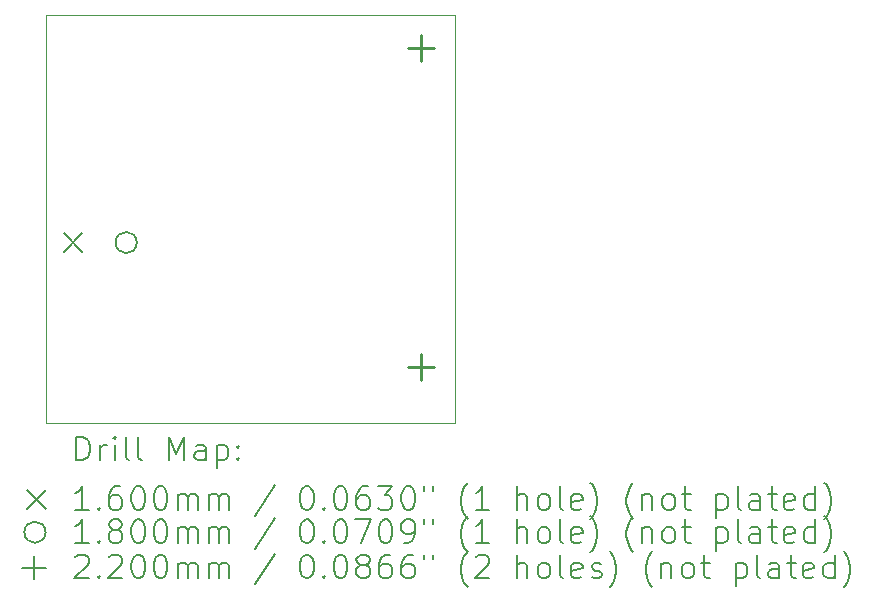
<source format=gbr>
%TF.GenerationSoftware,KiCad,Pcbnew,7.0.5*%
%TF.CreationDate,2023-10-22T13:56:58-04:00*%
%TF.ProjectId,PWR_module,5057525f-6d6f-4647-956c-652e6b696361,rev?*%
%TF.SameCoordinates,PX7270e00PY6a55ae0*%
%TF.FileFunction,Drillmap*%
%TF.FilePolarity,Positive*%
%FSLAX45Y45*%
G04 Gerber Fmt 4.5, Leading zero omitted, Abs format (unit mm)*
G04 Created by KiCad (PCBNEW 7.0.5) date 2023-10-22 13:56:58*
%MOMM*%
%LPD*%
G01*
G04 APERTURE LIST*
%ADD10C,0.050000*%
%ADD11C,0.200000*%
%ADD12C,0.160000*%
%ADD13C,0.180000*%
%ADD14C,0.220000*%
G04 APERTURE END LIST*
D10*
X20000Y3480000D02*
X3480000Y3480000D01*
X3480000Y20000D01*
X20000Y20000D01*
X20000Y3480000D01*
D11*
D12*
X170000Y1630000D02*
X330000Y1470000D01*
X330000Y1630000D02*
X170000Y1470000D01*
D13*
X790000Y1550000D02*
G75*
G03*
X790000Y1550000I-90000J0D01*
G01*
D14*
X3200000Y3310000D02*
X3200000Y3090000D01*
X3090000Y3200000D02*
X3310000Y3200000D01*
X3200000Y610000D02*
X3200000Y390000D01*
X3090000Y500000D02*
X3310000Y500000D01*
D11*
X278277Y-293984D02*
X278277Y-93984D01*
X278277Y-93984D02*
X325896Y-93984D01*
X325896Y-93984D02*
X354467Y-103508D01*
X354467Y-103508D02*
X373515Y-122555D01*
X373515Y-122555D02*
X383039Y-141603D01*
X383039Y-141603D02*
X392562Y-179698D01*
X392562Y-179698D02*
X392562Y-208269D01*
X392562Y-208269D02*
X383039Y-246365D01*
X383039Y-246365D02*
X373515Y-265412D01*
X373515Y-265412D02*
X354467Y-284460D01*
X354467Y-284460D02*
X325896Y-293984D01*
X325896Y-293984D02*
X278277Y-293984D01*
X478277Y-293984D02*
X478277Y-160650D01*
X478277Y-198746D02*
X487801Y-179698D01*
X487801Y-179698D02*
X497324Y-170174D01*
X497324Y-170174D02*
X516372Y-160650D01*
X516372Y-160650D02*
X535420Y-160650D01*
X602086Y-293984D02*
X602086Y-160650D01*
X602086Y-93984D02*
X592563Y-103508D01*
X592563Y-103508D02*
X602086Y-113031D01*
X602086Y-113031D02*
X611610Y-103508D01*
X611610Y-103508D02*
X602086Y-93984D01*
X602086Y-93984D02*
X602086Y-113031D01*
X725896Y-293984D02*
X706848Y-284460D01*
X706848Y-284460D02*
X697324Y-265412D01*
X697324Y-265412D02*
X697324Y-93984D01*
X830658Y-293984D02*
X811610Y-284460D01*
X811610Y-284460D02*
X802086Y-265412D01*
X802086Y-265412D02*
X802086Y-93984D01*
X1059229Y-293984D02*
X1059229Y-93984D01*
X1059229Y-93984D02*
X1125896Y-236841D01*
X1125896Y-236841D02*
X1192563Y-93984D01*
X1192563Y-93984D02*
X1192563Y-293984D01*
X1373515Y-293984D02*
X1373515Y-189222D01*
X1373515Y-189222D02*
X1363991Y-170174D01*
X1363991Y-170174D02*
X1344944Y-160650D01*
X1344944Y-160650D02*
X1306848Y-160650D01*
X1306848Y-160650D02*
X1287801Y-170174D01*
X1373515Y-284460D02*
X1354467Y-293984D01*
X1354467Y-293984D02*
X1306848Y-293984D01*
X1306848Y-293984D02*
X1287801Y-284460D01*
X1287801Y-284460D02*
X1278277Y-265412D01*
X1278277Y-265412D02*
X1278277Y-246365D01*
X1278277Y-246365D02*
X1287801Y-227317D01*
X1287801Y-227317D02*
X1306848Y-217793D01*
X1306848Y-217793D02*
X1354467Y-217793D01*
X1354467Y-217793D02*
X1373515Y-208269D01*
X1468753Y-160650D02*
X1468753Y-360650D01*
X1468753Y-170174D02*
X1487801Y-160650D01*
X1487801Y-160650D02*
X1525896Y-160650D01*
X1525896Y-160650D02*
X1544943Y-170174D01*
X1544943Y-170174D02*
X1554467Y-179698D01*
X1554467Y-179698D02*
X1563991Y-198746D01*
X1563991Y-198746D02*
X1563991Y-255888D01*
X1563991Y-255888D02*
X1554467Y-274936D01*
X1554467Y-274936D02*
X1544943Y-284460D01*
X1544943Y-284460D02*
X1525896Y-293984D01*
X1525896Y-293984D02*
X1487801Y-293984D01*
X1487801Y-293984D02*
X1468753Y-284460D01*
X1649705Y-274936D02*
X1659229Y-284460D01*
X1659229Y-284460D02*
X1649705Y-293984D01*
X1649705Y-293984D02*
X1640182Y-284460D01*
X1640182Y-284460D02*
X1649705Y-274936D01*
X1649705Y-274936D02*
X1649705Y-293984D01*
X1649705Y-170174D02*
X1659229Y-179698D01*
X1659229Y-179698D02*
X1649705Y-189222D01*
X1649705Y-189222D02*
X1640182Y-179698D01*
X1640182Y-179698D02*
X1649705Y-170174D01*
X1649705Y-170174D02*
X1649705Y-189222D01*
D12*
X-142500Y-542500D02*
X17500Y-702500D01*
X17500Y-542500D02*
X-142500Y-702500D01*
D11*
X383039Y-713984D02*
X268753Y-713984D01*
X325896Y-713984D02*
X325896Y-513984D01*
X325896Y-513984D02*
X306848Y-542555D01*
X306848Y-542555D02*
X287801Y-561603D01*
X287801Y-561603D02*
X268753Y-571127D01*
X468753Y-694936D02*
X478277Y-704460D01*
X478277Y-704460D02*
X468753Y-713984D01*
X468753Y-713984D02*
X459229Y-704460D01*
X459229Y-704460D02*
X468753Y-694936D01*
X468753Y-694936D02*
X468753Y-713984D01*
X649705Y-513984D02*
X611610Y-513984D01*
X611610Y-513984D02*
X592563Y-523508D01*
X592563Y-523508D02*
X583039Y-533031D01*
X583039Y-533031D02*
X563991Y-561603D01*
X563991Y-561603D02*
X554467Y-599698D01*
X554467Y-599698D02*
X554467Y-675889D01*
X554467Y-675889D02*
X563991Y-694936D01*
X563991Y-694936D02*
X573515Y-704460D01*
X573515Y-704460D02*
X592563Y-713984D01*
X592563Y-713984D02*
X630658Y-713984D01*
X630658Y-713984D02*
X649705Y-704460D01*
X649705Y-704460D02*
X659229Y-694936D01*
X659229Y-694936D02*
X668753Y-675889D01*
X668753Y-675889D02*
X668753Y-628270D01*
X668753Y-628270D02*
X659229Y-609222D01*
X659229Y-609222D02*
X649705Y-599698D01*
X649705Y-599698D02*
X630658Y-590174D01*
X630658Y-590174D02*
X592563Y-590174D01*
X592563Y-590174D02*
X573515Y-599698D01*
X573515Y-599698D02*
X563991Y-609222D01*
X563991Y-609222D02*
X554467Y-628270D01*
X792562Y-513984D02*
X811610Y-513984D01*
X811610Y-513984D02*
X830658Y-523508D01*
X830658Y-523508D02*
X840182Y-533031D01*
X840182Y-533031D02*
X849705Y-552079D01*
X849705Y-552079D02*
X859229Y-590174D01*
X859229Y-590174D02*
X859229Y-637793D01*
X859229Y-637793D02*
X849705Y-675889D01*
X849705Y-675889D02*
X840182Y-694936D01*
X840182Y-694936D02*
X830658Y-704460D01*
X830658Y-704460D02*
X811610Y-713984D01*
X811610Y-713984D02*
X792562Y-713984D01*
X792562Y-713984D02*
X773515Y-704460D01*
X773515Y-704460D02*
X763991Y-694936D01*
X763991Y-694936D02*
X754467Y-675889D01*
X754467Y-675889D02*
X744943Y-637793D01*
X744943Y-637793D02*
X744943Y-590174D01*
X744943Y-590174D02*
X754467Y-552079D01*
X754467Y-552079D02*
X763991Y-533031D01*
X763991Y-533031D02*
X773515Y-523508D01*
X773515Y-523508D02*
X792562Y-513984D01*
X983039Y-513984D02*
X1002086Y-513984D01*
X1002086Y-513984D02*
X1021134Y-523508D01*
X1021134Y-523508D02*
X1030658Y-533031D01*
X1030658Y-533031D02*
X1040182Y-552079D01*
X1040182Y-552079D02*
X1049705Y-590174D01*
X1049705Y-590174D02*
X1049705Y-637793D01*
X1049705Y-637793D02*
X1040182Y-675889D01*
X1040182Y-675889D02*
X1030658Y-694936D01*
X1030658Y-694936D02*
X1021134Y-704460D01*
X1021134Y-704460D02*
X1002086Y-713984D01*
X1002086Y-713984D02*
X983039Y-713984D01*
X983039Y-713984D02*
X963991Y-704460D01*
X963991Y-704460D02*
X954467Y-694936D01*
X954467Y-694936D02*
X944943Y-675889D01*
X944943Y-675889D02*
X935420Y-637793D01*
X935420Y-637793D02*
X935420Y-590174D01*
X935420Y-590174D02*
X944943Y-552079D01*
X944943Y-552079D02*
X954467Y-533031D01*
X954467Y-533031D02*
X963991Y-523508D01*
X963991Y-523508D02*
X983039Y-513984D01*
X1135420Y-713984D02*
X1135420Y-580650D01*
X1135420Y-599698D02*
X1144944Y-590174D01*
X1144944Y-590174D02*
X1163991Y-580650D01*
X1163991Y-580650D02*
X1192563Y-580650D01*
X1192563Y-580650D02*
X1211610Y-590174D01*
X1211610Y-590174D02*
X1221134Y-609222D01*
X1221134Y-609222D02*
X1221134Y-713984D01*
X1221134Y-609222D02*
X1230658Y-590174D01*
X1230658Y-590174D02*
X1249705Y-580650D01*
X1249705Y-580650D02*
X1278277Y-580650D01*
X1278277Y-580650D02*
X1297325Y-590174D01*
X1297325Y-590174D02*
X1306848Y-609222D01*
X1306848Y-609222D02*
X1306848Y-713984D01*
X1402086Y-713984D02*
X1402086Y-580650D01*
X1402086Y-599698D02*
X1411610Y-590174D01*
X1411610Y-590174D02*
X1430658Y-580650D01*
X1430658Y-580650D02*
X1459229Y-580650D01*
X1459229Y-580650D02*
X1478277Y-590174D01*
X1478277Y-590174D02*
X1487801Y-609222D01*
X1487801Y-609222D02*
X1487801Y-713984D01*
X1487801Y-609222D02*
X1497324Y-590174D01*
X1497324Y-590174D02*
X1516372Y-580650D01*
X1516372Y-580650D02*
X1544943Y-580650D01*
X1544943Y-580650D02*
X1563991Y-590174D01*
X1563991Y-590174D02*
X1573515Y-609222D01*
X1573515Y-609222D02*
X1573515Y-713984D01*
X1963991Y-504460D02*
X1792563Y-761603D01*
X2221134Y-513984D02*
X2240182Y-513984D01*
X2240182Y-513984D02*
X2259229Y-523508D01*
X2259229Y-523508D02*
X2268753Y-533031D01*
X2268753Y-533031D02*
X2278277Y-552079D01*
X2278277Y-552079D02*
X2287801Y-590174D01*
X2287801Y-590174D02*
X2287801Y-637793D01*
X2287801Y-637793D02*
X2278277Y-675889D01*
X2278277Y-675889D02*
X2268753Y-694936D01*
X2268753Y-694936D02*
X2259229Y-704460D01*
X2259229Y-704460D02*
X2240182Y-713984D01*
X2240182Y-713984D02*
X2221134Y-713984D01*
X2221134Y-713984D02*
X2202087Y-704460D01*
X2202087Y-704460D02*
X2192563Y-694936D01*
X2192563Y-694936D02*
X2183039Y-675889D01*
X2183039Y-675889D02*
X2173515Y-637793D01*
X2173515Y-637793D02*
X2173515Y-590174D01*
X2173515Y-590174D02*
X2183039Y-552079D01*
X2183039Y-552079D02*
X2192563Y-533031D01*
X2192563Y-533031D02*
X2202087Y-523508D01*
X2202087Y-523508D02*
X2221134Y-513984D01*
X2373515Y-694936D02*
X2383039Y-704460D01*
X2383039Y-704460D02*
X2373515Y-713984D01*
X2373515Y-713984D02*
X2363991Y-704460D01*
X2363991Y-704460D02*
X2373515Y-694936D01*
X2373515Y-694936D02*
X2373515Y-713984D01*
X2506848Y-513984D02*
X2525896Y-513984D01*
X2525896Y-513984D02*
X2544944Y-523508D01*
X2544944Y-523508D02*
X2554468Y-533031D01*
X2554468Y-533031D02*
X2563991Y-552079D01*
X2563991Y-552079D02*
X2573515Y-590174D01*
X2573515Y-590174D02*
X2573515Y-637793D01*
X2573515Y-637793D02*
X2563991Y-675889D01*
X2563991Y-675889D02*
X2554468Y-694936D01*
X2554468Y-694936D02*
X2544944Y-704460D01*
X2544944Y-704460D02*
X2525896Y-713984D01*
X2525896Y-713984D02*
X2506848Y-713984D01*
X2506848Y-713984D02*
X2487801Y-704460D01*
X2487801Y-704460D02*
X2478277Y-694936D01*
X2478277Y-694936D02*
X2468753Y-675889D01*
X2468753Y-675889D02*
X2459229Y-637793D01*
X2459229Y-637793D02*
X2459229Y-590174D01*
X2459229Y-590174D02*
X2468753Y-552079D01*
X2468753Y-552079D02*
X2478277Y-533031D01*
X2478277Y-533031D02*
X2487801Y-523508D01*
X2487801Y-523508D02*
X2506848Y-513984D01*
X2744944Y-513984D02*
X2706848Y-513984D01*
X2706848Y-513984D02*
X2687801Y-523508D01*
X2687801Y-523508D02*
X2678277Y-533031D01*
X2678277Y-533031D02*
X2659229Y-561603D01*
X2659229Y-561603D02*
X2649706Y-599698D01*
X2649706Y-599698D02*
X2649706Y-675889D01*
X2649706Y-675889D02*
X2659229Y-694936D01*
X2659229Y-694936D02*
X2668753Y-704460D01*
X2668753Y-704460D02*
X2687801Y-713984D01*
X2687801Y-713984D02*
X2725896Y-713984D01*
X2725896Y-713984D02*
X2744944Y-704460D01*
X2744944Y-704460D02*
X2754468Y-694936D01*
X2754468Y-694936D02*
X2763991Y-675889D01*
X2763991Y-675889D02*
X2763991Y-628270D01*
X2763991Y-628270D02*
X2754468Y-609222D01*
X2754468Y-609222D02*
X2744944Y-599698D01*
X2744944Y-599698D02*
X2725896Y-590174D01*
X2725896Y-590174D02*
X2687801Y-590174D01*
X2687801Y-590174D02*
X2668753Y-599698D01*
X2668753Y-599698D02*
X2659229Y-609222D01*
X2659229Y-609222D02*
X2649706Y-628270D01*
X2830658Y-513984D02*
X2954467Y-513984D01*
X2954467Y-513984D02*
X2887801Y-590174D01*
X2887801Y-590174D02*
X2916372Y-590174D01*
X2916372Y-590174D02*
X2935420Y-599698D01*
X2935420Y-599698D02*
X2944944Y-609222D01*
X2944944Y-609222D02*
X2954467Y-628270D01*
X2954467Y-628270D02*
X2954467Y-675889D01*
X2954467Y-675889D02*
X2944944Y-694936D01*
X2944944Y-694936D02*
X2935420Y-704460D01*
X2935420Y-704460D02*
X2916372Y-713984D01*
X2916372Y-713984D02*
X2859229Y-713984D01*
X2859229Y-713984D02*
X2840182Y-704460D01*
X2840182Y-704460D02*
X2830658Y-694936D01*
X3078277Y-513984D02*
X3097325Y-513984D01*
X3097325Y-513984D02*
X3116372Y-523508D01*
X3116372Y-523508D02*
X3125896Y-533031D01*
X3125896Y-533031D02*
X3135420Y-552079D01*
X3135420Y-552079D02*
X3144944Y-590174D01*
X3144944Y-590174D02*
X3144944Y-637793D01*
X3144944Y-637793D02*
X3135420Y-675889D01*
X3135420Y-675889D02*
X3125896Y-694936D01*
X3125896Y-694936D02*
X3116372Y-704460D01*
X3116372Y-704460D02*
X3097325Y-713984D01*
X3097325Y-713984D02*
X3078277Y-713984D01*
X3078277Y-713984D02*
X3059229Y-704460D01*
X3059229Y-704460D02*
X3049706Y-694936D01*
X3049706Y-694936D02*
X3040182Y-675889D01*
X3040182Y-675889D02*
X3030658Y-637793D01*
X3030658Y-637793D02*
X3030658Y-590174D01*
X3030658Y-590174D02*
X3040182Y-552079D01*
X3040182Y-552079D02*
X3049706Y-533031D01*
X3049706Y-533031D02*
X3059229Y-523508D01*
X3059229Y-523508D02*
X3078277Y-513984D01*
X3221134Y-513984D02*
X3221134Y-552079D01*
X3297325Y-513984D02*
X3297325Y-552079D01*
X3592563Y-790174D02*
X3583039Y-780650D01*
X3583039Y-780650D02*
X3563991Y-752079D01*
X3563991Y-752079D02*
X3554468Y-733031D01*
X3554468Y-733031D02*
X3544944Y-704460D01*
X3544944Y-704460D02*
X3535420Y-656841D01*
X3535420Y-656841D02*
X3535420Y-618746D01*
X3535420Y-618746D02*
X3544944Y-571127D01*
X3544944Y-571127D02*
X3554468Y-542555D01*
X3554468Y-542555D02*
X3563991Y-523508D01*
X3563991Y-523508D02*
X3583039Y-494936D01*
X3583039Y-494936D02*
X3592563Y-485412D01*
X3773515Y-713984D02*
X3659229Y-713984D01*
X3716372Y-713984D02*
X3716372Y-513984D01*
X3716372Y-513984D02*
X3697325Y-542555D01*
X3697325Y-542555D02*
X3678277Y-561603D01*
X3678277Y-561603D02*
X3659229Y-571127D01*
X4011610Y-713984D02*
X4011610Y-513984D01*
X4097325Y-713984D02*
X4097325Y-609222D01*
X4097325Y-609222D02*
X4087801Y-590174D01*
X4087801Y-590174D02*
X4068753Y-580650D01*
X4068753Y-580650D02*
X4040182Y-580650D01*
X4040182Y-580650D02*
X4021134Y-590174D01*
X4021134Y-590174D02*
X4011610Y-599698D01*
X4221134Y-713984D02*
X4202087Y-704460D01*
X4202087Y-704460D02*
X4192563Y-694936D01*
X4192563Y-694936D02*
X4183039Y-675889D01*
X4183039Y-675889D02*
X4183039Y-618746D01*
X4183039Y-618746D02*
X4192563Y-599698D01*
X4192563Y-599698D02*
X4202087Y-590174D01*
X4202087Y-590174D02*
X4221134Y-580650D01*
X4221134Y-580650D02*
X4249706Y-580650D01*
X4249706Y-580650D02*
X4268753Y-590174D01*
X4268753Y-590174D02*
X4278277Y-599698D01*
X4278277Y-599698D02*
X4287801Y-618746D01*
X4287801Y-618746D02*
X4287801Y-675889D01*
X4287801Y-675889D02*
X4278277Y-694936D01*
X4278277Y-694936D02*
X4268753Y-704460D01*
X4268753Y-704460D02*
X4249706Y-713984D01*
X4249706Y-713984D02*
X4221134Y-713984D01*
X4402087Y-713984D02*
X4383039Y-704460D01*
X4383039Y-704460D02*
X4373515Y-685412D01*
X4373515Y-685412D02*
X4373515Y-513984D01*
X4554468Y-704460D02*
X4535420Y-713984D01*
X4535420Y-713984D02*
X4497325Y-713984D01*
X4497325Y-713984D02*
X4478277Y-704460D01*
X4478277Y-704460D02*
X4468753Y-685412D01*
X4468753Y-685412D02*
X4468753Y-609222D01*
X4468753Y-609222D02*
X4478277Y-590174D01*
X4478277Y-590174D02*
X4497325Y-580650D01*
X4497325Y-580650D02*
X4535420Y-580650D01*
X4535420Y-580650D02*
X4554468Y-590174D01*
X4554468Y-590174D02*
X4563992Y-609222D01*
X4563992Y-609222D02*
X4563992Y-628270D01*
X4563992Y-628270D02*
X4468753Y-647317D01*
X4630658Y-790174D02*
X4640182Y-780650D01*
X4640182Y-780650D02*
X4659230Y-752079D01*
X4659230Y-752079D02*
X4668753Y-733031D01*
X4668753Y-733031D02*
X4678277Y-704460D01*
X4678277Y-704460D02*
X4687801Y-656841D01*
X4687801Y-656841D02*
X4687801Y-618746D01*
X4687801Y-618746D02*
X4678277Y-571127D01*
X4678277Y-571127D02*
X4668753Y-542555D01*
X4668753Y-542555D02*
X4659230Y-523508D01*
X4659230Y-523508D02*
X4640182Y-494936D01*
X4640182Y-494936D02*
X4630658Y-485412D01*
X4992563Y-790174D02*
X4983039Y-780650D01*
X4983039Y-780650D02*
X4963992Y-752079D01*
X4963992Y-752079D02*
X4954468Y-733031D01*
X4954468Y-733031D02*
X4944944Y-704460D01*
X4944944Y-704460D02*
X4935420Y-656841D01*
X4935420Y-656841D02*
X4935420Y-618746D01*
X4935420Y-618746D02*
X4944944Y-571127D01*
X4944944Y-571127D02*
X4954468Y-542555D01*
X4954468Y-542555D02*
X4963992Y-523508D01*
X4963992Y-523508D02*
X4983039Y-494936D01*
X4983039Y-494936D02*
X4992563Y-485412D01*
X5068753Y-580650D02*
X5068753Y-713984D01*
X5068753Y-599698D02*
X5078277Y-590174D01*
X5078277Y-590174D02*
X5097325Y-580650D01*
X5097325Y-580650D02*
X5125896Y-580650D01*
X5125896Y-580650D02*
X5144944Y-590174D01*
X5144944Y-590174D02*
X5154468Y-609222D01*
X5154468Y-609222D02*
X5154468Y-713984D01*
X5278277Y-713984D02*
X5259230Y-704460D01*
X5259230Y-704460D02*
X5249706Y-694936D01*
X5249706Y-694936D02*
X5240182Y-675889D01*
X5240182Y-675889D02*
X5240182Y-618746D01*
X5240182Y-618746D02*
X5249706Y-599698D01*
X5249706Y-599698D02*
X5259230Y-590174D01*
X5259230Y-590174D02*
X5278277Y-580650D01*
X5278277Y-580650D02*
X5306849Y-580650D01*
X5306849Y-580650D02*
X5325896Y-590174D01*
X5325896Y-590174D02*
X5335420Y-599698D01*
X5335420Y-599698D02*
X5344944Y-618746D01*
X5344944Y-618746D02*
X5344944Y-675889D01*
X5344944Y-675889D02*
X5335420Y-694936D01*
X5335420Y-694936D02*
X5325896Y-704460D01*
X5325896Y-704460D02*
X5306849Y-713984D01*
X5306849Y-713984D02*
X5278277Y-713984D01*
X5402087Y-580650D02*
X5478277Y-580650D01*
X5430658Y-513984D02*
X5430658Y-685412D01*
X5430658Y-685412D02*
X5440182Y-704460D01*
X5440182Y-704460D02*
X5459230Y-713984D01*
X5459230Y-713984D02*
X5478277Y-713984D01*
X5697325Y-580650D02*
X5697325Y-780650D01*
X5697325Y-590174D02*
X5716372Y-580650D01*
X5716372Y-580650D02*
X5754468Y-580650D01*
X5754468Y-580650D02*
X5773515Y-590174D01*
X5773515Y-590174D02*
X5783039Y-599698D01*
X5783039Y-599698D02*
X5792563Y-618746D01*
X5792563Y-618746D02*
X5792563Y-675889D01*
X5792563Y-675889D02*
X5783039Y-694936D01*
X5783039Y-694936D02*
X5773515Y-704460D01*
X5773515Y-704460D02*
X5754468Y-713984D01*
X5754468Y-713984D02*
X5716372Y-713984D01*
X5716372Y-713984D02*
X5697325Y-704460D01*
X5906849Y-713984D02*
X5887801Y-704460D01*
X5887801Y-704460D02*
X5878277Y-685412D01*
X5878277Y-685412D02*
X5878277Y-513984D01*
X6068753Y-713984D02*
X6068753Y-609222D01*
X6068753Y-609222D02*
X6059230Y-590174D01*
X6059230Y-590174D02*
X6040182Y-580650D01*
X6040182Y-580650D02*
X6002087Y-580650D01*
X6002087Y-580650D02*
X5983039Y-590174D01*
X6068753Y-704460D02*
X6049706Y-713984D01*
X6049706Y-713984D02*
X6002087Y-713984D01*
X6002087Y-713984D02*
X5983039Y-704460D01*
X5983039Y-704460D02*
X5973515Y-685412D01*
X5973515Y-685412D02*
X5973515Y-666365D01*
X5973515Y-666365D02*
X5983039Y-647317D01*
X5983039Y-647317D02*
X6002087Y-637793D01*
X6002087Y-637793D02*
X6049706Y-637793D01*
X6049706Y-637793D02*
X6068753Y-628270D01*
X6135420Y-580650D02*
X6211611Y-580650D01*
X6163992Y-513984D02*
X6163992Y-685412D01*
X6163992Y-685412D02*
X6173515Y-704460D01*
X6173515Y-704460D02*
X6192563Y-713984D01*
X6192563Y-713984D02*
X6211611Y-713984D01*
X6354468Y-704460D02*
X6335420Y-713984D01*
X6335420Y-713984D02*
X6297325Y-713984D01*
X6297325Y-713984D02*
X6278277Y-704460D01*
X6278277Y-704460D02*
X6268753Y-685412D01*
X6268753Y-685412D02*
X6268753Y-609222D01*
X6268753Y-609222D02*
X6278277Y-590174D01*
X6278277Y-590174D02*
X6297325Y-580650D01*
X6297325Y-580650D02*
X6335420Y-580650D01*
X6335420Y-580650D02*
X6354468Y-590174D01*
X6354468Y-590174D02*
X6363992Y-609222D01*
X6363992Y-609222D02*
X6363992Y-628270D01*
X6363992Y-628270D02*
X6268753Y-647317D01*
X6535420Y-713984D02*
X6535420Y-513984D01*
X6535420Y-704460D02*
X6516373Y-713984D01*
X6516373Y-713984D02*
X6478277Y-713984D01*
X6478277Y-713984D02*
X6459230Y-704460D01*
X6459230Y-704460D02*
X6449706Y-694936D01*
X6449706Y-694936D02*
X6440182Y-675889D01*
X6440182Y-675889D02*
X6440182Y-618746D01*
X6440182Y-618746D02*
X6449706Y-599698D01*
X6449706Y-599698D02*
X6459230Y-590174D01*
X6459230Y-590174D02*
X6478277Y-580650D01*
X6478277Y-580650D02*
X6516373Y-580650D01*
X6516373Y-580650D02*
X6535420Y-590174D01*
X6611611Y-790174D02*
X6621134Y-780650D01*
X6621134Y-780650D02*
X6640182Y-752079D01*
X6640182Y-752079D02*
X6649706Y-733031D01*
X6649706Y-733031D02*
X6659230Y-704460D01*
X6659230Y-704460D02*
X6668753Y-656841D01*
X6668753Y-656841D02*
X6668753Y-618746D01*
X6668753Y-618746D02*
X6659230Y-571127D01*
X6659230Y-571127D02*
X6649706Y-542555D01*
X6649706Y-542555D02*
X6640182Y-523508D01*
X6640182Y-523508D02*
X6621134Y-494936D01*
X6621134Y-494936D02*
X6611611Y-485412D01*
D13*
X17500Y-902500D02*
G75*
G03*
X17500Y-902500I-90000J0D01*
G01*
D11*
X383039Y-993984D02*
X268753Y-993984D01*
X325896Y-993984D02*
X325896Y-793984D01*
X325896Y-793984D02*
X306848Y-822555D01*
X306848Y-822555D02*
X287801Y-841603D01*
X287801Y-841603D02*
X268753Y-851127D01*
X468753Y-974936D02*
X478277Y-984460D01*
X478277Y-984460D02*
X468753Y-993984D01*
X468753Y-993984D02*
X459229Y-984460D01*
X459229Y-984460D02*
X468753Y-974936D01*
X468753Y-974936D02*
X468753Y-993984D01*
X592563Y-879698D02*
X573515Y-870174D01*
X573515Y-870174D02*
X563991Y-860650D01*
X563991Y-860650D02*
X554467Y-841603D01*
X554467Y-841603D02*
X554467Y-832079D01*
X554467Y-832079D02*
X563991Y-813031D01*
X563991Y-813031D02*
X573515Y-803508D01*
X573515Y-803508D02*
X592563Y-793984D01*
X592563Y-793984D02*
X630658Y-793984D01*
X630658Y-793984D02*
X649705Y-803508D01*
X649705Y-803508D02*
X659229Y-813031D01*
X659229Y-813031D02*
X668753Y-832079D01*
X668753Y-832079D02*
X668753Y-841603D01*
X668753Y-841603D02*
X659229Y-860650D01*
X659229Y-860650D02*
X649705Y-870174D01*
X649705Y-870174D02*
X630658Y-879698D01*
X630658Y-879698D02*
X592563Y-879698D01*
X592563Y-879698D02*
X573515Y-889222D01*
X573515Y-889222D02*
X563991Y-898746D01*
X563991Y-898746D02*
X554467Y-917793D01*
X554467Y-917793D02*
X554467Y-955888D01*
X554467Y-955888D02*
X563991Y-974936D01*
X563991Y-974936D02*
X573515Y-984460D01*
X573515Y-984460D02*
X592563Y-993984D01*
X592563Y-993984D02*
X630658Y-993984D01*
X630658Y-993984D02*
X649705Y-984460D01*
X649705Y-984460D02*
X659229Y-974936D01*
X659229Y-974936D02*
X668753Y-955888D01*
X668753Y-955888D02*
X668753Y-917793D01*
X668753Y-917793D02*
X659229Y-898746D01*
X659229Y-898746D02*
X649705Y-889222D01*
X649705Y-889222D02*
X630658Y-879698D01*
X792562Y-793984D02*
X811610Y-793984D01*
X811610Y-793984D02*
X830658Y-803508D01*
X830658Y-803508D02*
X840182Y-813031D01*
X840182Y-813031D02*
X849705Y-832079D01*
X849705Y-832079D02*
X859229Y-870174D01*
X859229Y-870174D02*
X859229Y-917793D01*
X859229Y-917793D02*
X849705Y-955888D01*
X849705Y-955888D02*
X840182Y-974936D01*
X840182Y-974936D02*
X830658Y-984460D01*
X830658Y-984460D02*
X811610Y-993984D01*
X811610Y-993984D02*
X792562Y-993984D01*
X792562Y-993984D02*
X773515Y-984460D01*
X773515Y-984460D02*
X763991Y-974936D01*
X763991Y-974936D02*
X754467Y-955888D01*
X754467Y-955888D02*
X744943Y-917793D01*
X744943Y-917793D02*
X744943Y-870174D01*
X744943Y-870174D02*
X754467Y-832079D01*
X754467Y-832079D02*
X763991Y-813031D01*
X763991Y-813031D02*
X773515Y-803508D01*
X773515Y-803508D02*
X792562Y-793984D01*
X983039Y-793984D02*
X1002086Y-793984D01*
X1002086Y-793984D02*
X1021134Y-803508D01*
X1021134Y-803508D02*
X1030658Y-813031D01*
X1030658Y-813031D02*
X1040182Y-832079D01*
X1040182Y-832079D02*
X1049705Y-870174D01*
X1049705Y-870174D02*
X1049705Y-917793D01*
X1049705Y-917793D02*
X1040182Y-955888D01*
X1040182Y-955888D02*
X1030658Y-974936D01*
X1030658Y-974936D02*
X1021134Y-984460D01*
X1021134Y-984460D02*
X1002086Y-993984D01*
X1002086Y-993984D02*
X983039Y-993984D01*
X983039Y-993984D02*
X963991Y-984460D01*
X963991Y-984460D02*
X954467Y-974936D01*
X954467Y-974936D02*
X944943Y-955888D01*
X944943Y-955888D02*
X935420Y-917793D01*
X935420Y-917793D02*
X935420Y-870174D01*
X935420Y-870174D02*
X944943Y-832079D01*
X944943Y-832079D02*
X954467Y-813031D01*
X954467Y-813031D02*
X963991Y-803508D01*
X963991Y-803508D02*
X983039Y-793984D01*
X1135420Y-993984D02*
X1135420Y-860650D01*
X1135420Y-879698D02*
X1144944Y-870174D01*
X1144944Y-870174D02*
X1163991Y-860650D01*
X1163991Y-860650D02*
X1192563Y-860650D01*
X1192563Y-860650D02*
X1211610Y-870174D01*
X1211610Y-870174D02*
X1221134Y-889222D01*
X1221134Y-889222D02*
X1221134Y-993984D01*
X1221134Y-889222D02*
X1230658Y-870174D01*
X1230658Y-870174D02*
X1249705Y-860650D01*
X1249705Y-860650D02*
X1278277Y-860650D01*
X1278277Y-860650D02*
X1297325Y-870174D01*
X1297325Y-870174D02*
X1306848Y-889222D01*
X1306848Y-889222D02*
X1306848Y-993984D01*
X1402086Y-993984D02*
X1402086Y-860650D01*
X1402086Y-879698D02*
X1411610Y-870174D01*
X1411610Y-870174D02*
X1430658Y-860650D01*
X1430658Y-860650D02*
X1459229Y-860650D01*
X1459229Y-860650D02*
X1478277Y-870174D01*
X1478277Y-870174D02*
X1487801Y-889222D01*
X1487801Y-889222D02*
X1487801Y-993984D01*
X1487801Y-889222D02*
X1497324Y-870174D01*
X1497324Y-870174D02*
X1516372Y-860650D01*
X1516372Y-860650D02*
X1544943Y-860650D01*
X1544943Y-860650D02*
X1563991Y-870174D01*
X1563991Y-870174D02*
X1573515Y-889222D01*
X1573515Y-889222D02*
X1573515Y-993984D01*
X1963991Y-784460D02*
X1792563Y-1041603D01*
X2221134Y-793984D02*
X2240182Y-793984D01*
X2240182Y-793984D02*
X2259229Y-803508D01*
X2259229Y-803508D02*
X2268753Y-813031D01*
X2268753Y-813031D02*
X2278277Y-832079D01*
X2278277Y-832079D02*
X2287801Y-870174D01*
X2287801Y-870174D02*
X2287801Y-917793D01*
X2287801Y-917793D02*
X2278277Y-955888D01*
X2278277Y-955888D02*
X2268753Y-974936D01*
X2268753Y-974936D02*
X2259229Y-984460D01*
X2259229Y-984460D02*
X2240182Y-993984D01*
X2240182Y-993984D02*
X2221134Y-993984D01*
X2221134Y-993984D02*
X2202087Y-984460D01*
X2202087Y-984460D02*
X2192563Y-974936D01*
X2192563Y-974936D02*
X2183039Y-955888D01*
X2183039Y-955888D02*
X2173515Y-917793D01*
X2173515Y-917793D02*
X2173515Y-870174D01*
X2173515Y-870174D02*
X2183039Y-832079D01*
X2183039Y-832079D02*
X2192563Y-813031D01*
X2192563Y-813031D02*
X2202087Y-803508D01*
X2202087Y-803508D02*
X2221134Y-793984D01*
X2373515Y-974936D02*
X2383039Y-984460D01*
X2383039Y-984460D02*
X2373515Y-993984D01*
X2373515Y-993984D02*
X2363991Y-984460D01*
X2363991Y-984460D02*
X2373515Y-974936D01*
X2373515Y-974936D02*
X2373515Y-993984D01*
X2506848Y-793984D02*
X2525896Y-793984D01*
X2525896Y-793984D02*
X2544944Y-803508D01*
X2544944Y-803508D02*
X2554468Y-813031D01*
X2554468Y-813031D02*
X2563991Y-832079D01*
X2563991Y-832079D02*
X2573515Y-870174D01*
X2573515Y-870174D02*
X2573515Y-917793D01*
X2573515Y-917793D02*
X2563991Y-955888D01*
X2563991Y-955888D02*
X2554468Y-974936D01*
X2554468Y-974936D02*
X2544944Y-984460D01*
X2544944Y-984460D02*
X2525896Y-993984D01*
X2525896Y-993984D02*
X2506848Y-993984D01*
X2506848Y-993984D02*
X2487801Y-984460D01*
X2487801Y-984460D02*
X2478277Y-974936D01*
X2478277Y-974936D02*
X2468753Y-955888D01*
X2468753Y-955888D02*
X2459229Y-917793D01*
X2459229Y-917793D02*
X2459229Y-870174D01*
X2459229Y-870174D02*
X2468753Y-832079D01*
X2468753Y-832079D02*
X2478277Y-813031D01*
X2478277Y-813031D02*
X2487801Y-803508D01*
X2487801Y-803508D02*
X2506848Y-793984D01*
X2640182Y-793984D02*
X2773515Y-793984D01*
X2773515Y-793984D02*
X2687801Y-993984D01*
X2887801Y-793984D02*
X2906848Y-793984D01*
X2906848Y-793984D02*
X2925896Y-803508D01*
X2925896Y-803508D02*
X2935420Y-813031D01*
X2935420Y-813031D02*
X2944944Y-832079D01*
X2944944Y-832079D02*
X2954467Y-870174D01*
X2954467Y-870174D02*
X2954467Y-917793D01*
X2954467Y-917793D02*
X2944944Y-955888D01*
X2944944Y-955888D02*
X2935420Y-974936D01*
X2935420Y-974936D02*
X2925896Y-984460D01*
X2925896Y-984460D02*
X2906848Y-993984D01*
X2906848Y-993984D02*
X2887801Y-993984D01*
X2887801Y-993984D02*
X2868753Y-984460D01*
X2868753Y-984460D02*
X2859229Y-974936D01*
X2859229Y-974936D02*
X2849706Y-955888D01*
X2849706Y-955888D02*
X2840182Y-917793D01*
X2840182Y-917793D02*
X2840182Y-870174D01*
X2840182Y-870174D02*
X2849706Y-832079D01*
X2849706Y-832079D02*
X2859229Y-813031D01*
X2859229Y-813031D02*
X2868753Y-803508D01*
X2868753Y-803508D02*
X2887801Y-793984D01*
X3049706Y-993984D02*
X3087801Y-993984D01*
X3087801Y-993984D02*
X3106848Y-984460D01*
X3106848Y-984460D02*
X3116372Y-974936D01*
X3116372Y-974936D02*
X3135420Y-946365D01*
X3135420Y-946365D02*
X3144944Y-908269D01*
X3144944Y-908269D02*
X3144944Y-832079D01*
X3144944Y-832079D02*
X3135420Y-813031D01*
X3135420Y-813031D02*
X3125896Y-803508D01*
X3125896Y-803508D02*
X3106848Y-793984D01*
X3106848Y-793984D02*
X3068753Y-793984D01*
X3068753Y-793984D02*
X3049706Y-803508D01*
X3049706Y-803508D02*
X3040182Y-813031D01*
X3040182Y-813031D02*
X3030658Y-832079D01*
X3030658Y-832079D02*
X3030658Y-879698D01*
X3030658Y-879698D02*
X3040182Y-898746D01*
X3040182Y-898746D02*
X3049706Y-908269D01*
X3049706Y-908269D02*
X3068753Y-917793D01*
X3068753Y-917793D02*
X3106848Y-917793D01*
X3106848Y-917793D02*
X3125896Y-908269D01*
X3125896Y-908269D02*
X3135420Y-898746D01*
X3135420Y-898746D02*
X3144944Y-879698D01*
X3221134Y-793984D02*
X3221134Y-832079D01*
X3297325Y-793984D02*
X3297325Y-832079D01*
X3592563Y-1070174D02*
X3583039Y-1060650D01*
X3583039Y-1060650D02*
X3563991Y-1032079D01*
X3563991Y-1032079D02*
X3554468Y-1013031D01*
X3554468Y-1013031D02*
X3544944Y-984460D01*
X3544944Y-984460D02*
X3535420Y-936841D01*
X3535420Y-936841D02*
X3535420Y-898746D01*
X3535420Y-898746D02*
X3544944Y-851127D01*
X3544944Y-851127D02*
X3554468Y-822555D01*
X3554468Y-822555D02*
X3563991Y-803508D01*
X3563991Y-803508D02*
X3583039Y-774936D01*
X3583039Y-774936D02*
X3592563Y-765412D01*
X3773515Y-993984D02*
X3659229Y-993984D01*
X3716372Y-993984D02*
X3716372Y-793984D01*
X3716372Y-793984D02*
X3697325Y-822555D01*
X3697325Y-822555D02*
X3678277Y-841603D01*
X3678277Y-841603D02*
X3659229Y-851127D01*
X4011610Y-993984D02*
X4011610Y-793984D01*
X4097325Y-993984D02*
X4097325Y-889222D01*
X4097325Y-889222D02*
X4087801Y-870174D01*
X4087801Y-870174D02*
X4068753Y-860650D01*
X4068753Y-860650D02*
X4040182Y-860650D01*
X4040182Y-860650D02*
X4021134Y-870174D01*
X4021134Y-870174D02*
X4011610Y-879698D01*
X4221134Y-993984D02*
X4202087Y-984460D01*
X4202087Y-984460D02*
X4192563Y-974936D01*
X4192563Y-974936D02*
X4183039Y-955888D01*
X4183039Y-955888D02*
X4183039Y-898746D01*
X4183039Y-898746D02*
X4192563Y-879698D01*
X4192563Y-879698D02*
X4202087Y-870174D01*
X4202087Y-870174D02*
X4221134Y-860650D01*
X4221134Y-860650D02*
X4249706Y-860650D01*
X4249706Y-860650D02*
X4268753Y-870174D01*
X4268753Y-870174D02*
X4278277Y-879698D01*
X4278277Y-879698D02*
X4287801Y-898746D01*
X4287801Y-898746D02*
X4287801Y-955888D01*
X4287801Y-955888D02*
X4278277Y-974936D01*
X4278277Y-974936D02*
X4268753Y-984460D01*
X4268753Y-984460D02*
X4249706Y-993984D01*
X4249706Y-993984D02*
X4221134Y-993984D01*
X4402087Y-993984D02*
X4383039Y-984460D01*
X4383039Y-984460D02*
X4373515Y-965412D01*
X4373515Y-965412D02*
X4373515Y-793984D01*
X4554468Y-984460D02*
X4535420Y-993984D01*
X4535420Y-993984D02*
X4497325Y-993984D01*
X4497325Y-993984D02*
X4478277Y-984460D01*
X4478277Y-984460D02*
X4468753Y-965412D01*
X4468753Y-965412D02*
X4468753Y-889222D01*
X4468753Y-889222D02*
X4478277Y-870174D01*
X4478277Y-870174D02*
X4497325Y-860650D01*
X4497325Y-860650D02*
X4535420Y-860650D01*
X4535420Y-860650D02*
X4554468Y-870174D01*
X4554468Y-870174D02*
X4563992Y-889222D01*
X4563992Y-889222D02*
X4563992Y-908269D01*
X4563992Y-908269D02*
X4468753Y-927317D01*
X4630658Y-1070174D02*
X4640182Y-1060650D01*
X4640182Y-1060650D02*
X4659230Y-1032079D01*
X4659230Y-1032079D02*
X4668753Y-1013031D01*
X4668753Y-1013031D02*
X4678277Y-984460D01*
X4678277Y-984460D02*
X4687801Y-936841D01*
X4687801Y-936841D02*
X4687801Y-898746D01*
X4687801Y-898746D02*
X4678277Y-851127D01*
X4678277Y-851127D02*
X4668753Y-822555D01*
X4668753Y-822555D02*
X4659230Y-803508D01*
X4659230Y-803508D02*
X4640182Y-774936D01*
X4640182Y-774936D02*
X4630658Y-765412D01*
X4992563Y-1070174D02*
X4983039Y-1060650D01*
X4983039Y-1060650D02*
X4963992Y-1032079D01*
X4963992Y-1032079D02*
X4954468Y-1013031D01*
X4954468Y-1013031D02*
X4944944Y-984460D01*
X4944944Y-984460D02*
X4935420Y-936841D01*
X4935420Y-936841D02*
X4935420Y-898746D01*
X4935420Y-898746D02*
X4944944Y-851127D01*
X4944944Y-851127D02*
X4954468Y-822555D01*
X4954468Y-822555D02*
X4963992Y-803508D01*
X4963992Y-803508D02*
X4983039Y-774936D01*
X4983039Y-774936D02*
X4992563Y-765412D01*
X5068753Y-860650D02*
X5068753Y-993984D01*
X5068753Y-879698D02*
X5078277Y-870174D01*
X5078277Y-870174D02*
X5097325Y-860650D01*
X5097325Y-860650D02*
X5125896Y-860650D01*
X5125896Y-860650D02*
X5144944Y-870174D01*
X5144944Y-870174D02*
X5154468Y-889222D01*
X5154468Y-889222D02*
X5154468Y-993984D01*
X5278277Y-993984D02*
X5259230Y-984460D01*
X5259230Y-984460D02*
X5249706Y-974936D01*
X5249706Y-974936D02*
X5240182Y-955888D01*
X5240182Y-955888D02*
X5240182Y-898746D01*
X5240182Y-898746D02*
X5249706Y-879698D01*
X5249706Y-879698D02*
X5259230Y-870174D01*
X5259230Y-870174D02*
X5278277Y-860650D01*
X5278277Y-860650D02*
X5306849Y-860650D01*
X5306849Y-860650D02*
X5325896Y-870174D01*
X5325896Y-870174D02*
X5335420Y-879698D01*
X5335420Y-879698D02*
X5344944Y-898746D01*
X5344944Y-898746D02*
X5344944Y-955888D01*
X5344944Y-955888D02*
X5335420Y-974936D01*
X5335420Y-974936D02*
X5325896Y-984460D01*
X5325896Y-984460D02*
X5306849Y-993984D01*
X5306849Y-993984D02*
X5278277Y-993984D01*
X5402087Y-860650D02*
X5478277Y-860650D01*
X5430658Y-793984D02*
X5430658Y-965412D01*
X5430658Y-965412D02*
X5440182Y-984460D01*
X5440182Y-984460D02*
X5459230Y-993984D01*
X5459230Y-993984D02*
X5478277Y-993984D01*
X5697325Y-860650D02*
X5697325Y-1060650D01*
X5697325Y-870174D02*
X5716372Y-860650D01*
X5716372Y-860650D02*
X5754468Y-860650D01*
X5754468Y-860650D02*
X5773515Y-870174D01*
X5773515Y-870174D02*
X5783039Y-879698D01*
X5783039Y-879698D02*
X5792563Y-898746D01*
X5792563Y-898746D02*
X5792563Y-955888D01*
X5792563Y-955888D02*
X5783039Y-974936D01*
X5783039Y-974936D02*
X5773515Y-984460D01*
X5773515Y-984460D02*
X5754468Y-993984D01*
X5754468Y-993984D02*
X5716372Y-993984D01*
X5716372Y-993984D02*
X5697325Y-984460D01*
X5906849Y-993984D02*
X5887801Y-984460D01*
X5887801Y-984460D02*
X5878277Y-965412D01*
X5878277Y-965412D02*
X5878277Y-793984D01*
X6068753Y-993984D02*
X6068753Y-889222D01*
X6068753Y-889222D02*
X6059230Y-870174D01*
X6059230Y-870174D02*
X6040182Y-860650D01*
X6040182Y-860650D02*
X6002087Y-860650D01*
X6002087Y-860650D02*
X5983039Y-870174D01*
X6068753Y-984460D02*
X6049706Y-993984D01*
X6049706Y-993984D02*
X6002087Y-993984D01*
X6002087Y-993984D02*
X5983039Y-984460D01*
X5983039Y-984460D02*
X5973515Y-965412D01*
X5973515Y-965412D02*
X5973515Y-946365D01*
X5973515Y-946365D02*
X5983039Y-927317D01*
X5983039Y-927317D02*
X6002087Y-917793D01*
X6002087Y-917793D02*
X6049706Y-917793D01*
X6049706Y-917793D02*
X6068753Y-908269D01*
X6135420Y-860650D02*
X6211611Y-860650D01*
X6163992Y-793984D02*
X6163992Y-965412D01*
X6163992Y-965412D02*
X6173515Y-984460D01*
X6173515Y-984460D02*
X6192563Y-993984D01*
X6192563Y-993984D02*
X6211611Y-993984D01*
X6354468Y-984460D02*
X6335420Y-993984D01*
X6335420Y-993984D02*
X6297325Y-993984D01*
X6297325Y-993984D02*
X6278277Y-984460D01*
X6278277Y-984460D02*
X6268753Y-965412D01*
X6268753Y-965412D02*
X6268753Y-889222D01*
X6268753Y-889222D02*
X6278277Y-870174D01*
X6278277Y-870174D02*
X6297325Y-860650D01*
X6297325Y-860650D02*
X6335420Y-860650D01*
X6335420Y-860650D02*
X6354468Y-870174D01*
X6354468Y-870174D02*
X6363992Y-889222D01*
X6363992Y-889222D02*
X6363992Y-908269D01*
X6363992Y-908269D02*
X6268753Y-927317D01*
X6535420Y-993984D02*
X6535420Y-793984D01*
X6535420Y-984460D02*
X6516373Y-993984D01*
X6516373Y-993984D02*
X6478277Y-993984D01*
X6478277Y-993984D02*
X6459230Y-984460D01*
X6459230Y-984460D02*
X6449706Y-974936D01*
X6449706Y-974936D02*
X6440182Y-955888D01*
X6440182Y-955888D02*
X6440182Y-898746D01*
X6440182Y-898746D02*
X6449706Y-879698D01*
X6449706Y-879698D02*
X6459230Y-870174D01*
X6459230Y-870174D02*
X6478277Y-860650D01*
X6478277Y-860650D02*
X6516373Y-860650D01*
X6516373Y-860650D02*
X6535420Y-870174D01*
X6611611Y-1070174D02*
X6621134Y-1060650D01*
X6621134Y-1060650D02*
X6640182Y-1032079D01*
X6640182Y-1032079D02*
X6649706Y-1013031D01*
X6649706Y-1013031D02*
X6659230Y-984460D01*
X6659230Y-984460D02*
X6668753Y-936841D01*
X6668753Y-936841D02*
X6668753Y-898746D01*
X6668753Y-898746D02*
X6659230Y-851127D01*
X6659230Y-851127D02*
X6649706Y-822555D01*
X6649706Y-822555D02*
X6640182Y-803508D01*
X6640182Y-803508D02*
X6621134Y-774936D01*
X6621134Y-774936D02*
X6611611Y-765412D01*
X-82500Y-1102500D02*
X-82500Y-1302500D01*
X-182500Y-1202500D02*
X17500Y-1202500D01*
X268753Y-1113031D02*
X278277Y-1103508D01*
X278277Y-1103508D02*
X297324Y-1093984D01*
X297324Y-1093984D02*
X344944Y-1093984D01*
X344944Y-1093984D02*
X363991Y-1103508D01*
X363991Y-1103508D02*
X373515Y-1113031D01*
X373515Y-1113031D02*
X383039Y-1132079D01*
X383039Y-1132079D02*
X383039Y-1151127D01*
X383039Y-1151127D02*
X373515Y-1179698D01*
X373515Y-1179698D02*
X259229Y-1293984D01*
X259229Y-1293984D02*
X383039Y-1293984D01*
X468753Y-1274936D02*
X478277Y-1284460D01*
X478277Y-1284460D02*
X468753Y-1293984D01*
X468753Y-1293984D02*
X459229Y-1284460D01*
X459229Y-1284460D02*
X468753Y-1274936D01*
X468753Y-1274936D02*
X468753Y-1293984D01*
X554467Y-1113031D02*
X563991Y-1103508D01*
X563991Y-1103508D02*
X583039Y-1093984D01*
X583039Y-1093984D02*
X630658Y-1093984D01*
X630658Y-1093984D02*
X649705Y-1103508D01*
X649705Y-1103508D02*
X659229Y-1113031D01*
X659229Y-1113031D02*
X668753Y-1132079D01*
X668753Y-1132079D02*
X668753Y-1151127D01*
X668753Y-1151127D02*
X659229Y-1179698D01*
X659229Y-1179698D02*
X544944Y-1293984D01*
X544944Y-1293984D02*
X668753Y-1293984D01*
X792562Y-1093984D02*
X811610Y-1093984D01*
X811610Y-1093984D02*
X830658Y-1103508D01*
X830658Y-1103508D02*
X840182Y-1113031D01*
X840182Y-1113031D02*
X849705Y-1132079D01*
X849705Y-1132079D02*
X859229Y-1170174D01*
X859229Y-1170174D02*
X859229Y-1217793D01*
X859229Y-1217793D02*
X849705Y-1255889D01*
X849705Y-1255889D02*
X840182Y-1274936D01*
X840182Y-1274936D02*
X830658Y-1284460D01*
X830658Y-1284460D02*
X811610Y-1293984D01*
X811610Y-1293984D02*
X792562Y-1293984D01*
X792562Y-1293984D02*
X773515Y-1284460D01*
X773515Y-1284460D02*
X763991Y-1274936D01*
X763991Y-1274936D02*
X754467Y-1255889D01*
X754467Y-1255889D02*
X744943Y-1217793D01*
X744943Y-1217793D02*
X744943Y-1170174D01*
X744943Y-1170174D02*
X754467Y-1132079D01*
X754467Y-1132079D02*
X763991Y-1113031D01*
X763991Y-1113031D02*
X773515Y-1103508D01*
X773515Y-1103508D02*
X792562Y-1093984D01*
X983039Y-1093984D02*
X1002086Y-1093984D01*
X1002086Y-1093984D02*
X1021134Y-1103508D01*
X1021134Y-1103508D02*
X1030658Y-1113031D01*
X1030658Y-1113031D02*
X1040182Y-1132079D01*
X1040182Y-1132079D02*
X1049705Y-1170174D01*
X1049705Y-1170174D02*
X1049705Y-1217793D01*
X1049705Y-1217793D02*
X1040182Y-1255889D01*
X1040182Y-1255889D02*
X1030658Y-1274936D01*
X1030658Y-1274936D02*
X1021134Y-1284460D01*
X1021134Y-1284460D02*
X1002086Y-1293984D01*
X1002086Y-1293984D02*
X983039Y-1293984D01*
X983039Y-1293984D02*
X963991Y-1284460D01*
X963991Y-1284460D02*
X954467Y-1274936D01*
X954467Y-1274936D02*
X944943Y-1255889D01*
X944943Y-1255889D02*
X935420Y-1217793D01*
X935420Y-1217793D02*
X935420Y-1170174D01*
X935420Y-1170174D02*
X944943Y-1132079D01*
X944943Y-1132079D02*
X954467Y-1113031D01*
X954467Y-1113031D02*
X963991Y-1103508D01*
X963991Y-1103508D02*
X983039Y-1093984D01*
X1135420Y-1293984D02*
X1135420Y-1160650D01*
X1135420Y-1179698D02*
X1144944Y-1170174D01*
X1144944Y-1170174D02*
X1163991Y-1160650D01*
X1163991Y-1160650D02*
X1192563Y-1160650D01*
X1192563Y-1160650D02*
X1211610Y-1170174D01*
X1211610Y-1170174D02*
X1221134Y-1189222D01*
X1221134Y-1189222D02*
X1221134Y-1293984D01*
X1221134Y-1189222D02*
X1230658Y-1170174D01*
X1230658Y-1170174D02*
X1249705Y-1160650D01*
X1249705Y-1160650D02*
X1278277Y-1160650D01*
X1278277Y-1160650D02*
X1297325Y-1170174D01*
X1297325Y-1170174D02*
X1306848Y-1189222D01*
X1306848Y-1189222D02*
X1306848Y-1293984D01*
X1402086Y-1293984D02*
X1402086Y-1160650D01*
X1402086Y-1179698D02*
X1411610Y-1170174D01*
X1411610Y-1170174D02*
X1430658Y-1160650D01*
X1430658Y-1160650D02*
X1459229Y-1160650D01*
X1459229Y-1160650D02*
X1478277Y-1170174D01*
X1478277Y-1170174D02*
X1487801Y-1189222D01*
X1487801Y-1189222D02*
X1487801Y-1293984D01*
X1487801Y-1189222D02*
X1497324Y-1170174D01*
X1497324Y-1170174D02*
X1516372Y-1160650D01*
X1516372Y-1160650D02*
X1544943Y-1160650D01*
X1544943Y-1160650D02*
X1563991Y-1170174D01*
X1563991Y-1170174D02*
X1573515Y-1189222D01*
X1573515Y-1189222D02*
X1573515Y-1293984D01*
X1963991Y-1084460D02*
X1792563Y-1341603D01*
X2221134Y-1093984D02*
X2240182Y-1093984D01*
X2240182Y-1093984D02*
X2259229Y-1103508D01*
X2259229Y-1103508D02*
X2268753Y-1113031D01*
X2268753Y-1113031D02*
X2278277Y-1132079D01*
X2278277Y-1132079D02*
X2287801Y-1170174D01*
X2287801Y-1170174D02*
X2287801Y-1217793D01*
X2287801Y-1217793D02*
X2278277Y-1255889D01*
X2278277Y-1255889D02*
X2268753Y-1274936D01*
X2268753Y-1274936D02*
X2259229Y-1284460D01*
X2259229Y-1284460D02*
X2240182Y-1293984D01*
X2240182Y-1293984D02*
X2221134Y-1293984D01*
X2221134Y-1293984D02*
X2202087Y-1284460D01*
X2202087Y-1284460D02*
X2192563Y-1274936D01*
X2192563Y-1274936D02*
X2183039Y-1255889D01*
X2183039Y-1255889D02*
X2173515Y-1217793D01*
X2173515Y-1217793D02*
X2173515Y-1170174D01*
X2173515Y-1170174D02*
X2183039Y-1132079D01*
X2183039Y-1132079D02*
X2192563Y-1113031D01*
X2192563Y-1113031D02*
X2202087Y-1103508D01*
X2202087Y-1103508D02*
X2221134Y-1093984D01*
X2373515Y-1274936D02*
X2383039Y-1284460D01*
X2383039Y-1284460D02*
X2373515Y-1293984D01*
X2373515Y-1293984D02*
X2363991Y-1284460D01*
X2363991Y-1284460D02*
X2373515Y-1274936D01*
X2373515Y-1274936D02*
X2373515Y-1293984D01*
X2506848Y-1093984D02*
X2525896Y-1093984D01*
X2525896Y-1093984D02*
X2544944Y-1103508D01*
X2544944Y-1103508D02*
X2554468Y-1113031D01*
X2554468Y-1113031D02*
X2563991Y-1132079D01*
X2563991Y-1132079D02*
X2573515Y-1170174D01*
X2573515Y-1170174D02*
X2573515Y-1217793D01*
X2573515Y-1217793D02*
X2563991Y-1255889D01*
X2563991Y-1255889D02*
X2554468Y-1274936D01*
X2554468Y-1274936D02*
X2544944Y-1284460D01*
X2544944Y-1284460D02*
X2525896Y-1293984D01*
X2525896Y-1293984D02*
X2506848Y-1293984D01*
X2506848Y-1293984D02*
X2487801Y-1284460D01*
X2487801Y-1284460D02*
X2478277Y-1274936D01*
X2478277Y-1274936D02*
X2468753Y-1255889D01*
X2468753Y-1255889D02*
X2459229Y-1217793D01*
X2459229Y-1217793D02*
X2459229Y-1170174D01*
X2459229Y-1170174D02*
X2468753Y-1132079D01*
X2468753Y-1132079D02*
X2478277Y-1113031D01*
X2478277Y-1113031D02*
X2487801Y-1103508D01*
X2487801Y-1103508D02*
X2506848Y-1093984D01*
X2687801Y-1179698D02*
X2668753Y-1170174D01*
X2668753Y-1170174D02*
X2659229Y-1160650D01*
X2659229Y-1160650D02*
X2649706Y-1141603D01*
X2649706Y-1141603D02*
X2649706Y-1132079D01*
X2649706Y-1132079D02*
X2659229Y-1113031D01*
X2659229Y-1113031D02*
X2668753Y-1103508D01*
X2668753Y-1103508D02*
X2687801Y-1093984D01*
X2687801Y-1093984D02*
X2725896Y-1093984D01*
X2725896Y-1093984D02*
X2744944Y-1103508D01*
X2744944Y-1103508D02*
X2754468Y-1113031D01*
X2754468Y-1113031D02*
X2763991Y-1132079D01*
X2763991Y-1132079D02*
X2763991Y-1141603D01*
X2763991Y-1141603D02*
X2754468Y-1160650D01*
X2754468Y-1160650D02*
X2744944Y-1170174D01*
X2744944Y-1170174D02*
X2725896Y-1179698D01*
X2725896Y-1179698D02*
X2687801Y-1179698D01*
X2687801Y-1179698D02*
X2668753Y-1189222D01*
X2668753Y-1189222D02*
X2659229Y-1198746D01*
X2659229Y-1198746D02*
X2649706Y-1217793D01*
X2649706Y-1217793D02*
X2649706Y-1255889D01*
X2649706Y-1255889D02*
X2659229Y-1274936D01*
X2659229Y-1274936D02*
X2668753Y-1284460D01*
X2668753Y-1284460D02*
X2687801Y-1293984D01*
X2687801Y-1293984D02*
X2725896Y-1293984D01*
X2725896Y-1293984D02*
X2744944Y-1284460D01*
X2744944Y-1284460D02*
X2754468Y-1274936D01*
X2754468Y-1274936D02*
X2763991Y-1255889D01*
X2763991Y-1255889D02*
X2763991Y-1217793D01*
X2763991Y-1217793D02*
X2754468Y-1198746D01*
X2754468Y-1198746D02*
X2744944Y-1189222D01*
X2744944Y-1189222D02*
X2725896Y-1179698D01*
X2935420Y-1093984D02*
X2897325Y-1093984D01*
X2897325Y-1093984D02*
X2878277Y-1103508D01*
X2878277Y-1103508D02*
X2868753Y-1113031D01*
X2868753Y-1113031D02*
X2849706Y-1141603D01*
X2849706Y-1141603D02*
X2840182Y-1179698D01*
X2840182Y-1179698D02*
X2840182Y-1255889D01*
X2840182Y-1255889D02*
X2849706Y-1274936D01*
X2849706Y-1274936D02*
X2859229Y-1284460D01*
X2859229Y-1284460D02*
X2878277Y-1293984D01*
X2878277Y-1293984D02*
X2916372Y-1293984D01*
X2916372Y-1293984D02*
X2935420Y-1284460D01*
X2935420Y-1284460D02*
X2944944Y-1274936D01*
X2944944Y-1274936D02*
X2954467Y-1255889D01*
X2954467Y-1255889D02*
X2954467Y-1208270D01*
X2954467Y-1208270D02*
X2944944Y-1189222D01*
X2944944Y-1189222D02*
X2935420Y-1179698D01*
X2935420Y-1179698D02*
X2916372Y-1170174D01*
X2916372Y-1170174D02*
X2878277Y-1170174D01*
X2878277Y-1170174D02*
X2859229Y-1179698D01*
X2859229Y-1179698D02*
X2849706Y-1189222D01*
X2849706Y-1189222D02*
X2840182Y-1208270D01*
X3125896Y-1093984D02*
X3087801Y-1093984D01*
X3087801Y-1093984D02*
X3068753Y-1103508D01*
X3068753Y-1103508D02*
X3059229Y-1113031D01*
X3059229Y-1113031D02*
X3040182Y-1141603D01*
X3040182Y-1141603D02*
X3030658Y-1179698D01*
X3030658Y-1179698D02*
X3030658Y-1255889D01*
X3030658Y-1255889D02*
X3040182Y-1274936D01*
X3040182Y-1274936D02*
X3049706Y-1284460D01*
X3049706Y-1284460D02*
X3068753Y-1293984D01*
X3068753Y-1293984D02*
X3106848Y-1293984D01*
X3106848Y-1293984D02*
X3125896Y-1284460D01*
X3125896Y-1284460D02*
X3135420Y-1274936D01*
X3135420Y-1274936D02*
X3144944Y-1255889D01*
X3144944Y-1255889D02*
X3144944Y-1208270D01*
X3144944Y-1208270D02*
X3135420Y-1189222D01*
X3135420Y-1189222D02*
X3125896Y-1179698D01*
X3125896Y-1179698D02*
X3106848Y-1170174D01*
X3106848Y-1170174D02*
X3068753Y-1170174D01*
X3068753Y-1170174D02*
X3049706Y-1179698D01*
X3049706Y-1179698D02*
X3040182Y-1189222D01*
X3040182Y-1189222D02*
X3030658Y-1208270D01*
X3221134Y-1093984D02*
X3221134Y-1132079D01*
X3297325Y-1093984D02*
X3297325Y-1132079D01*
X3592563Y-1370174D02*
X3583039Y-1360650D01*
X3583039Y-1360650D02*
X3563991Y-1332079D01*
X3563991Y-1332079D02*
X3554468Y-1313031D01*
X3554468Y-1313031D02*
X3544944Y-1284460D01*
X3544944Y-1284460D02*
X3535420Y-1236841D01*
X3535420Y-1236841D02*
X3535420Y-1198746D01*
X3535420Y-1198746D02*
X3544944Y-1151127D01*
X3544944Y-1151127D02*
X3554468Y-1122555D01*
X3554468Y-1122555D02*
X3563991Y-1103508D01*
X3563991Y-1103508D02*
X3583039Y-1074936D01*
X3583039Y-1074936D02*
X3592563Y-1065412D01*
X3659229Y-1113031D02*
X3668753Y-1103508D01*
X3668753Y-1103508D02*
X3687801Y-1093984D01*
X3687801Y-1093984D02*
X3735420Y-1093984D01*
X3735420Y-1093984D02*
X3754468Y-1103508D01*
X3754468Y-1103508D02*
X3763991Y-1113031D01*
X3763991Y-1113031D02*
X3773515Y-1132079D01*
X3773515Y-1132079D02*
X3773515Y-1151127D01*
X3773515Y-1151127D02*
X3763991Y-1179698D01*
X3763991Y-1179698D02*
X3649706Y-1293984D01*
X3649706Y-1293984D02*
X3773515Y-1293984D01*
X4011610Y-1293984D02*
X4011610Y-1093984D01*
X4097325Y-1293984D02*
X4097325Y-1189222D01*
X4097325Y-1189222D02*
X4087801Y-1170174D01*
X4087801Y-1170174D02*
X4068753Y-1160650D01*
X4068753Y-1160650D02*
X4040182Y-1160650D01*
X4040182Y-1160650D02*
X4021134Y-1170174D01*
X4021134Y-1170174D02*
X4011610Y-1179698D01*
X4221134Y-1293984D02*
X4202087Y-1284460D01*
X4202087Y-1284460D02*
X4192563Y-1274936D01*
X4192563Y-1274936D02*
X4183039Y-1255889D01*
X4183039Y-1255889D02*
X4183039Y-1198746D01*
X4183039Y-1198746D02*
X4192563Y-1179698D01*
X4192563Y-1179698D02*
X4202087Y-1170174D01*
X4202087Y-1170174D02*
X4221134Y-1160650D01*
X4221134Y-1160650D02*
X4249706Y-1160650D01*
X4249706Y-1160650D02*
X4268753Y-1170174D01*
X4268753Y-1170174D02*
X4278277Y-1179698D01*
X4278277Y-1179698D02*
X4287801Y-1198746D01*
X4287801Y-1198746D02*
X4287801Y-1255889D01*
X4287801Y-1255889D02*
X4278277Y-1274936D01*
X4278277Y-1274936D02*
X4268753Y-1284460D01*
X4268753Y-1284460D02*
X4249706Y-1293984D01*
X4249706Y-1293984D02*
X4221134Y-1293984D01*
X4402087Y-1293984D02*
X4383039Y-1284460D01*
X4383039Y-1284460D02*
X4373515Y-1265412D01*
X4373515Y-1265412D02*
X4373515Y-1093984D01*
X4554468Y-1284460D02*
X4535420Y-1293984D01*
X4535420Y-1293984D02*
X4497325Y-1293984D01*
X4497325Y-1293984D02*
X4478277Y-1284460D01*
X4478277Y-1284460D02*
X4468753Y-1265412D01*
X4468753Y-1265412D02*
X4468753Y-1189222D01*
X4468753Y-1189222D02*
X4478277Y-1170174D01*
X4478277Y-1170174D02*
X4497325Y-1160650D01*
X4497325Y-1160650D02*
X4535420Y-1160650D01*
X4535420Y-1160650D02*
X4554468Y-1170174D01*
X4554468Y-1170174D02*
X4563992Y-1189222D01*
X4563992Y-1189222D02*
X4563992Y-1208270D01*
X4563992Y-1208270D02*
X4468753Y-1227317D01*
X4640182Y-1284460D02*
X4659230Y-1293984D01*
X4659230Y-1293984D02*
X4697325Y-1293984D01*
X4697325Y-1293984D02*
X4716373Y-1284460D01*
X4716373Y-1284460D02*
X4725896Y-1265412D01*
X4725896Y-1265412D02*
X4725896Y-1255889D01*
X4725896Y-1255889D02*
X4716373Y-1236841D01*
X4716373Y-1236841D02*
X4697325Y-1227317D01*
X4697325Y-1227317D02*
X4668753Y-1227317D01*
X4668753Y-1227317D02*
X4649706Y-1217793D01*
X4649706Y-1217793D02*
X4640182Y-1198746D01*
X4640182Y-1198746D02*
X4640182Y-1189222D01*
X4640182Y-1189222D02*
X4649706Y-1170174D01*
X4649706Y-1170174D02*
X4668753Y-1160650D01*
X4668753Y-1160650D02*
X4697325Y-1160650D01*
X4697325Y-1160650D02*
X4716373Y-1170174D01*
X4792563Y-1370174D02*
X4802087Y-1360650D01*
X4802087Y-1360650D02*
X4821134Y-1332079D01*
X4821134Y-1332079D02*
X4830658Y-1313031D01*
X4830658Y-1313031D02*
X4840182Y-1284460D01*
X4840182Y-1284460D02*
X4849706Y-1236841D01*
X4849706Y-1236841D02*
X4849706Y-1198746D01*
X4849706Y-1198746D02*
X4840182Y-1151127D01*
X4840182Y-1151127D02*
X4830658Y-1122555D01*
X4830658Y-1122555D02*
X4821134Y-1103508D01*
X4821134Y-1103508D02*
X4802087Y-1074936D01*
X4802087Y-1074936D02*
X4792563Y-1065412D01*
X5154468Y-1370174D02*
X5144944Y-1360650D01*
X5144944Y-1360650D02*
X5125896Y-1332079D01*
X5125896Y-1332079D02*
X5116373Y-1313031D01*
X5116373Y-1313031D02*
X5106849Y-1284460D01*
X5106849Y-1284460D02*
X5097325Y-1236841D01*
X5097325Y-1236841D02*
X5097325Y-1198746D01*
X5097325Y-1198746D02*
X5106849Y-1151127D01*
X5106849Y-1151127D02*
X5116373Y-1122555D01*
X5116373Y-1122555D02*
X5125896Y-1103508D01*
X5125896Y-1103508D02*
X5144944Y-1074936D01*
X5144944Y-1074936D02*
X5154468Y-1065412D01*
X5230658Y-1160650D02*
X5230658Y-1293984D01*
X5230658Y-1179698D02*
X5240182Y-1170174D01*
X5240182Y-1170174D02*
X5259230Y-1160650D01*
X5259230Y-1160650D02*
X5287801Y-1160650D01*
X5287801Y-1160650D02*
X5306849Y-1170174D01*
X5306849Y-1170174D02*
X5316373Y-1189222D01*
X5316373Y-1189222D02*
X5316373Y-1293984D01*
X5440182Y-1293984D02*
X5421134Y-1284460D01*
X5421134Y-1284460D02*
X5411611Y-1274936D01*
X5411611Y-1274936D02*
X5402087Y-1255889D01*
X5402087Y-1255889D02*
X5402087Y-1198746D01*
X5402087Y-1198746D02*
X5411611Y-1179698D01*
X5411611Y-1179698D02*
X5421134Y-1170174D01*
X5421134Y-1170174D02*
X5440182Y-1160650D01*
X5440182Y-1160650D02*
X5468754Y-1160650D01*
X5468754Y-1160650D02*
X5487801Y-1170174D01*
X5487801Y-1170174D02*
X5497325Y-1179698D01*
X5497325Y-1179698D02*
X5506849Y-1198746D01*
X5506849Y-1198746D02*
X5506849Y-1255889D01*
X5506849Y-1255889D02*
X5497325Y-1274936D01*
X5497325Y-1274936D02*
X5487801Y-1284460D01*
X5487801Y-1284460D02*
X5468754Y-1293984D01*
X5468754Y-1293984D02*
X5440182Y-1293984D01*
X5563992Y-1160650D02*
X5640182Y-1160650D01*
X5592563Y-1093984D02*
X5592563Y-1265412D01*
X5592563Y-1265412D02*
X5602087Y-1284460D01*
X5602087Y-1284460D02*
X5621134Y-1293984D01*
X5621134Y-1293984D02*
X5640182Y-1293984D01*
X5859230Y-1160650D02*
X5859230Y-1360650D01*
X5859230Y-1170174D02*
X5878277Y-1160650D01*
X5878277Y-1160650D02*
X5916373Y-1160650D01*
X5916373Y-1160650D02*
X5935420Y-1170174D01*
X5935420Y-1170174D02*
X5944944Y-1179698D01*
X5944944Y-1179698D02*
X5954468Y-1198746D01*
X5954468Y-1198746D02*
X5954468Y-1255889D01*
X5954468Y-1255889D02*
X5944944Y-1274936D01*
X5944944Y-1274936D02*
X5935420Y-1284460D01*
X5935420Y-1284460D02*
X5916373Y-1293984D01*
X5916373Y-1293984D02*
X5878277Y-1293984D01*
X5878277Y-1293984D02*
X5859230Y-1284460D01*
X6068753Y-1293984D02*
X6049706Y-1284460D01*
X6049706Y-1284460D02*
X6040182Y-1265412D01*
X6040182Y-1265412D02*
X6040182Y-1093984D01*
X6230658Y-1293984D02*
X6230658Y-1189222D01*
X6230658Y-1189222D02*
X6221134Y-1170174D01*
X6221134Y-1170174D02*
X6202087Y-1160650D01*
X6202087Y-1160650D02*
X6163992Y-1160650D01*
X6163992Y-1160650D02*
X6144944Y-1170174D01*
X6230658Y-1284460D02*
X6211611Y-1293984D01*
X6211611Y-1293984D02*
X6163992Y-1293984D01*
X6163992Y-1293984D02*
X6144944Y-1284460D01*
X6144944Y-1284460D02*
X6135420Y-1265412D01*
X6135420Y-1265412D02*
X6135420Y-1246365D01*
X6135420Y-1246365D02*
X6144944Y-1227317D01*
X6144944Y-1227317D02*
X6163992Y-1217793D01*
X6163992Y-1217793D02*
X6211611Y-1217793D01*
X6211611Y-1217793D02*
X6230658Y-1208270D01*
X6297325Y-1160650D02*
X6373515Y-1160650D01*
X6325896Y-1093984D02*
X6325896Y-1265412D01*
X6325896Y-1265412D02*
X6335420Y-1284460D01*
X6335420Y-1284460D02*
X6354468Y-1293984D01*
X6354468Y-1293984D02*
X6373515Y-1293984D01*
X6516373Y-1284460D02*
X6497325Y-1293984D01*
X6497325Y-1293984D02*
X6459230Y-1293984D01*
X6459230Y-1293984D02*
X6440182Y-1284460D01*
X6440182Y-1284460D02*
X6430658Y-1265412D01*
X6430658Y-1265412D02*
X6430658Y-1189222D01*
X6430658Y-1189222D02*
X6440182Y-1170174D01*
X6440182Y-1170174D02*
X6459230Y-1160650D01*
X6459230Y-1160650D02*
X6497325Y-1160650D01*
X6497325Y-1160650D02*
X6516373Y-1170174D01*
X6516373Y-1170174D02*
X6525896Y-1189222D01*
X6525896Y-1189222D02*
X6525896Y-1208270D01*
X6525896Y-1208270D02*
X6430658Y-1227317D01*
X6697325Y-1293984D02*
X6697325Y-1093984D01*
X6697325Y-1284460D02*
X6678277Y-1293984D01*
X6678277Y-1293984D02*
X6640182Y-1293984D01*
X6640182Y-1293984D02*
X6621134Y-1284460D01*
X6621134Y-1284460D02*
X6611611Y-1274936D01*
X6611611Y-1274936D02*
X6602087Y-1255889D01*
X6602087Y-1255889D02*
X6602087Y-1198746D01*
X6602087Y-1198746D02*
X6611611Y-1179698D01*
X6611611Y-1179698D02*
X6621134Y-1170174D01*
X6621134Y-1170174D02*
X6640182Y-1160650D01*
X6640182Y-1160650D02*
X6678277Y-1160650D01*
X6678277Y-1160650D02*
X6697325Y-1170174D01*
X6773515Y-1370174D02*
X6783039Y-1360650D01*
X6783039Y-1360650D02*
X6802087Y-1332079D01*
X6802087Y-1332079D02*
X6811611Y-1313031D01*
X6811611Y-1313031D02*
X6821134Y-1284460D01*
X6821134Y-1284460D02*
X6830658Y-1236841D01*
X6830658Y-1236841D02*
X6830658Y-1198746D01*
X6830658Y-1198746D02*
X6821134Y-1151127D01*
X6821134Y-1151127D02*
X6811611Y-1122555D01*
X6811611Y-1122555D02*
X6802087Y-1103508D01*
X6802087Y-1103508D02*
X6783039Y-1074936D01*
X6783039Y-1074936D02*
X6773515Y-1065412D01*
M02*

</source>
